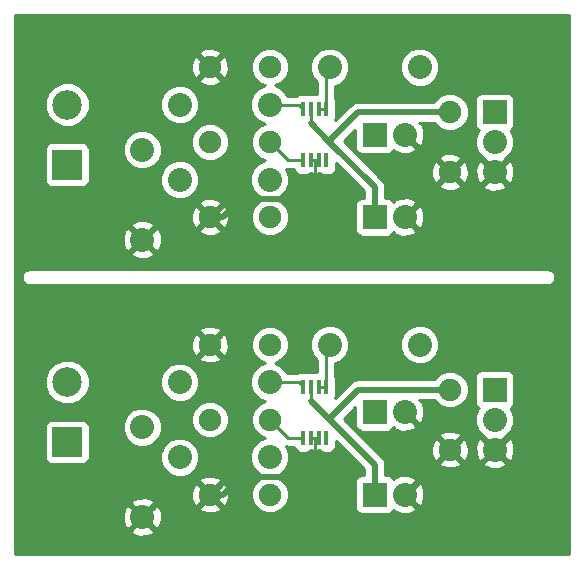
<source format=gtl>
G04 (created by PCBNEW (2013-07-07 BZR 4022)-stable) date 07/12/2013 13:23:06*
%MOIN*%
G04 Gerber Fmt 3.4, Leading zero omitted, Abs format*
%FSLAX34Y34*%
G01*
G70*
G90*
G04 APERTURE LIST*
%ADD10C,0.00590551*%
%ADD11C,0.075*%
%ADD12R,0.08X0.08*%
%ADD13C,0.08*%
%ADD14R,0.015X0.05*%
%ADD15R,0.0984X0.0984*%
%ADD16C,0.0984*%
%ADD17C,0.035*%
%ADD18C,0.01*%
%ADD19C,0.02*%
G04 APERTURE END LIST*
G54D10*
G54D11*
X23750Y-31250D03*
X23750Y-33250D03*
X15750Y-29750D03*
X17750Y-29750D03*
X17750Y-34750D03*
X15750Y-34750D03*
X15750Y-32250D03*
X17750Y-32250D03*
G54D12*
X21250Y-32000D03*
G54D13*
X22250Y-32000D03*
G54D12*
X21250Y-34750D03*
G54D13*
X22250Y-34750D03*
G54D14*
X18866Y-32850D03*
X19122Y-32850D03*
X19378Y-32850D03*
X19634Y-32850D03*
X19634Y-31150D03*
X19378Y-31150D03*
X19122Y-31150D03*
X18866Y-31150D03*
G54D13*
X19750Y-29750D03*
X22750Y-29750D03*
X13500Y-32500D03*
X13500Y-35500D03*
X14750Y-33500D03*
X17750Y-33500D03*
X14750Y-31000D03*
X17750Y-31000D03*
G54D15*
X11000Y-33000D03*
G54D16*
X11000Y-31000D03*
G54D12*
X25250Y-31250D03*
G54D13*
X25250Y-32250D03*
X25250Y-33250D03*
G54D12*
X25250Y-22000D03*
G54D13*
X25250Y-23000D03*
X25250Y-24000D03*
G54D15*
X11000Y-23750D03*
G54D16*
X11000Y-21750D03*
G54D13*
X14750Y-21750D03*
X17750Y-21750D03*
X14750Y-24250D03*
X17750Y-24250D03*
X13500Y-23250D03*
X13500Y-26250D03*
X19750Y-20500D03*
X22750Y-20500D03*
G54D14*
X18866Y-23600D03*
X19122Y-23600D03*
X19378Y-23600D03*
X19634Y-23600D03*
X19634Y-21900D03*
X19378Y-21900D03*
X19122Y-21900D03*
X18866Y-21900D03*
G54D12*
X21250Y-25500D03*
G54D13*
X22250Y-25500D03*
G54D12*
X21250Y-22750D03*
G54D13*
X22250Y-22750D03*
G54D11*
X15750Y-23000D03*
X17750Y-23000D03*
X17750Y-25500D03*
X15750Y-25500D03*
X15750Y-20500D03*
X17750Y-20500D03*
X23750Y-22000D03*
X23750Y-24000D03*
G54D17*
X19250Y-33750D03*
X19250Y-24500D03*
G54D18*
X19250Y-32850D02*
X19378Y-32850D01*
X19122Y-32850D02*
X19250Y-32850D01*
X19250Y-32850D02*
X19250Y-33500D01*
G54D19*
X19250Y-33500D02*
X19250Y-33750D01*
X16200Y-34750D02*
X16800Y-34150D01*
X16800Y-34150D02*
X18850Y-34150D01*
X18850Y-34150D02*
X19250Y-33750D01*
X15750Y-34750D02*
X16200Y-34750D01*
X15750Y-25500D02*
X16200Y-25500D01*
X18850Y-24900D02*
X19250Y-24500D01*
X16800Y-24900D02*
X18850Y-24900D01*
X16200Y-25500D02*
X16800Y-24900D01*
X19250Y-24250D02*
X19250Y-24500D01*
G54D18*
X19250Y-23600D02*
X19250Y-24250D01*
X19122Y-23600D02*
X19250Y-23600D01*
X19250Y-23600D02*
X19378Y-23600D01*
X19634Y-29866D02*
X19750Y-29750D01*
X19634Y-31150D02*
X19634Y-29866D01*
X19378Y-31150D02*
X19634Y-31150D01*
X19378Y-21900D02*
X19634Y-21900D01*
X19634Y-21900D02*
X19634Y-20616D01*
X19634Y-20616D02*
X19750Y-20500D01*
X18350Y-32850D02*
X17750Y-32250D01*
X18866Y-32850D02*
X18350Y-32850D01*
X18866Y-23600D02*
X18350Y-23600D01*
X18350Y-23600D02*
X17750Y-23000D01*
X18716Y-31000D02*
X18866Y-31150D01*
X17750Y-31000D02*
X18716Y-31000D01*
X17750Y-21750D02*
X18716Y-21750D01*
X18716Y-21750D02*
X18866Y-21900D01*
X19800Y-32300D02*
X21250Y-33750D01*
X21250Y-33750D02*
X21250Y-34750D01*
X19122Y-31150D02*
X19122Y-31622D01*
G54D19*
X20700Y-31250D02*
X19800Y-32150D01*
X19800Y-32150D02*
X19800Y-32300D01*
X23750Y-31250D02*
X20700Y-31250D01*
X21250Y-33750D02*
X21250Y-34750D01*
X19700Y-32200D02*
X19122Y-31622D01*
X19800Y-32300D02*
X19700Y-32200D01*
X19700Y-32200D02*
X21250Y-33750D01*
X19700Y-22950D02*
X21250Y-24500D01*
X19800Y-23050D02*
X19700Y-22950D01*
X19700Y-22950D02*
X19122Y-22372D01*
X21250Y-24500D02*
X21250Y-25500D01*
X23750Y-22000D02*
X20700Y-22000D01*
X19800Y-22900D02*
X19800Y-23050D01*
X20700Y-22000D02*
X19800Y-22900D01*
G54D18*
X19122Y-21900D02*
X19122Y-22372D01*
X21250Y-24500D02*
X21250Y-25500D01*
X19800Y-23050D02*
X21250Y-24500D01*
G54D10*
G36*
X27730Y-36730D02*
X27269Y-36730D01*
X27269Y-27500D01*
X27249Y-27396D01*
X27190Y-27309D01*
X27103Y-27250D01*
X27000Y-27230D01*
X25904Y-27230D01*
X25904Y-24105D01*
X25900Y-23991D01*
X25900Y-22871D01*
X25801Y-22632D01*
X25784Y-22615D01*
X25791Y-22612D01*
X25861Y-22541D01*
X25899Y-22449D01*
X25900Y-22350D01*
X25900Y-21550D01*
X25862Y-21458D01*
X25791Y-21388D01*
X25699Y-21350D01*
X25600Y-21349D01*
X24800Y-21349D01*
X24708Y-21387D01*
X24638Y-21458D01*
X24600Y-21550D01*
X24599Y-21649D01*
X24599Y-22449D01*
X24637Y-22541D01*
X24708Y-22611D01*
X24715Y-22614D01*
X24699Y-22631D01*
X24600Y-22870D01*
X24599Y-23128D01*
X24698Y-23367D01*
X24865Y-23534D01*
X24862Y-23541D01*
X25250Y-23929D01*
X25637Y-23541D01*
X25634Y-23534D01*
X25800Y-23368D01*
X25899Y-23129D01*
X25900Y-22871D01*
X25900Y-23991D01*
X25894Y-23847D01*
X25814Y-23652D01*
X25708Y-23612D01*
X25320Y-24000D01*
X25708Y-24387D01*
X25814Y-24347D01*
X25904Y-24105D01*
X25904Y-27230D01*
X25637Y-27230D01*
X25637Y-24458D01*
X25250Y-24070D01*
X25179Y-24141D01*
X25179Y-24000D01*
X24791Y-23612D01*
X24685Y-23652D01*
X24595Y-23894D01*
X24605Y-24152D01*
X24685Y-24347D01*
X24791Y-24387D01*
X25179Y-24000D01*
X25179Y-24141D01*
X24862Y-24458D01*
X24902Y-24564D01*
X25144Y-24654D01*
X25402Y-24644D01*
X25597Y-24564D01*
X25637Y-24458D01*
X25637Y-27230D01*
X24379Y-27230D01*
X24379Y-24099D01*
X24375Y-23990D01*
X24375Y-21876D01*
X24280Y-21646D01*
X24104Y-21470D01*
X23874Y-21375D01*
X23626Y-21374D01*
X23400Y-21468D01*
X23400Y-20371D01*
X23301Y-20132D01*
X23118Y-19949D01*
X22879Y-19850D01*
X22621Y-19849D01*
X22382Y-19948D01*
X22199Y-20131D01*
X22100Y-20370D01*
X22099Y-20628D01*
X22198Y-20867D01*
X22381Y-21050D01*
X22620Y-21149D01*
X22878Y-21150D01*
X23117Y-21051D01*
X23300Y-20868D01*
X23399Y-20629D01*
X23400Y-20371D01*
X23400Y-21468D01*
X23396Y-21469D01*
X23220Y-21645D01*
X23218Y-21650D01*
X20700Y-21650D01*
X20566Y-21676D01*
X20452Y-21752D01*
X19926Y-22278D01*
X19958Y-22199D01*
X19959Y-22100D01*
X19959Y-21600D01*
X19934Y-21539D01*
X19934Y-21127D01*
X20117Y-21051D01*
X20300Y-20868D01*
X20399Y-20629D01*
X20400Y-20371D01*
X20301Y-20132D01*
X20118Y-19949D01*
X19879Y-19850D01*
X19621Y-19849D01*
X19382Y-19948D01*
X19199Y-20131D01*
X19100Y-20370D01*
X19099Y-20628D01*
X19198Y-20867D01*
X19334Y-21003D01*
X19334Y-21399D01*
X19253Y-21399D01*
X19250Y-21401D01*
X19246Y-21400D01*
X19147Y-21399D01*
X18997Y-21399D01*
X18994Y-21401D01*
X18990Y-21400D01*
X18891Y-21399D01*
X18741Y-21399D01*
X18649Y-21437D01*
X18637Y-21450D01*
X18329Y-21450D01*
X18301Y-21382D01*
X18118Y-21199D01*
X17906Y-21111D01*
X18103Y-21030D01*
X18279Y-20854D01*
X18374Y-20624D01*
X18375Y-20376D01*
X18280Y-20146D01*
X18104Y-19970D01*
X17874Y-19875D01*
X17626Y-19874D01*
X17396Y-19969D01*
X17220Y-20145D01*
X17125Y-20375D01*
X17124Y-20623D01*
X17219Y-20853D01*
X17395Y-21029D01*
X17593Y-21111D01*
X17382Y-21198D01*
X17199Y-21381D01*
X17100Y-21620D01*
X17099Y-21878D01*
X17198Y-22117D01*
X17381Y-22300D01*
X17593Y-22388D01*
X17396Y-22469D01*
X17220Y-22645D01*
X17125Y-22875D01*
X17124Y-23123D01*
X17219Y-23353D01*
X17395Y-23529D01*
X17593Y-23611D01*
X17382Y-23698D01*
X17199Y-23881D01*
X17100Y-24120D01*
X17099Y-24378D01*
X17198Y-24617D01*
X17381Y-24800D01*
X17593Y-24888D01*
X17396Y-24969D01*
X17220Y-25145D01*
X17125Y-25375D01*
X17124Y-25623D01*
X17219Y-25853D01*
X17395Y-26029D01*
X17625Y-26124D01*
X17873Y-26125D01*
X18103Y-26030D01*
X18279Y-25854D01*
X18374Y-25624D01*
X18375Y-25376D01*
X18280Y-25146D01*
X18104Y-24970D01*
X17906Y-24888D01*
X18117Y-24801D01*
X18300Y-24618D01*
X18399Y-24379D01*
X18400Y-24121D01*
X18304Y-23891D01*
X18350Y-23900D01*
X18541Y-23900D01*
X18578Y-23991D01*
X18649Y-24061D01*
X18741Y-24099D01*
X18840Y-24100D01*
X18990Y-24100D01*
X18994Y-24098D01*
X18997Y-24100D01*
X19022Y-24100D01*
X19044Y-24077D01*
X19082Y-24062D01*
X19122Y-24022D01*
X19161Y-24062D01*
X19199Y-24077D01*
X19222Y-24100D01*
X19246Y-24100D01*
X19250Y-24098D01*
X19253Y-24100D01*
X19278Y-24100D01*
X19300Y-24077D01*
X19338Y-24062D01*
X19378Y-24022D01*
X19417Y-24061D01*
X19455Y-24077D01*
X19478Y-24100D01*
X19502Y-24100D01*
X19505Y-24098D01*
X19509Y-24099D01*
X19608Y-24100D01*
X19758Y-24100D01*
X19850Y-24062D01*
X19920Y-23991D01*
X19958Y-23899D01*
X19959Y-23800D01*
X19959Y-23704D01*
X20900Y-24644D01*
X20900Y-24849D01*
X20800Y-24849D01*
X20708Y-24887D01*
X20638Y-24958D01*
X20600Y-25050D01*
X20599Y-25149D01*
X20599Y-25949D01*
X20637Y-26041D01*
X20708Y-26111D01*
X20800Y-26149D01*
X20899Y-26150D01*
X21699Y-26150D01*
X21791Y-26112D01*
X21861Y-26041D01*
X21878Y-26001D01*
X21902Y-26064D01*
X22144Y-26154D01*
X22402Y-26144D01*
X22597Y-26064D01*
X22637Y-25958D01*
X22250Y-25570D01*
X22244Y-25576D01*
X22173Y-25505D01*
X22179Y-25500D01*
X22173Y-25494D01*
X22244Y-25423D01*
X22250Y-25429D01*
X22637Y-25041D01*
X22597Y-24935D01*
X22355Y-24845D01*
X22097Y-24855D01*
X21902Y-24935D01*
X21878Y-24998D01*
X21862Y-24958D01*
X21791Y-24888D01*
X21699Y-24850D01*
X21600Y-24849D01*
X21600Y-24849D01*
X21600Y-24500D01*
X21599Y-24499D01*
X21600Y-24499D01*
X21573Y-24366D01*
X21497Y-24252D01*
X21497Y-24252D01*
X20219Y-22975D01*
X20599Y-22595D01*
X20599Y-23199D01*
X20637Y-23291D01*
X20708Y-23361D01*
X20800Y-23399D01*
X20899Y-23400D01*
X21699Y-23400D01*
X21791Y-23362D01*
X21861Y-23291D01*
X21878Y-23251D01*
X21902Y-23314D01*
X22144Y-23404D01*
X22402Y-23394D01*
X22597Y-23314D01*
X22637Y-23208D01*
X22250Y-22820D01*
X22244Y-22826D01*
X22173Y-22755D01*
X22179Y-22750D01*
X22173Y-22744D01*
X22244Y-22673D01*
X22250Y-22679D01*
X22255Y-22673D01*
X22326Y-22744D01*
X22320Y-22750D01*
X22708Y-23137D01*
X22814Y-23097D01*
X22904Y-22855D01*
X22894Y-22597D01*
X22814Y-22402D01*
X22708Y-22362D01*
X22720Y-22350D01*
X23218Y-22350D01*
X23219Y-22353D01*
X23395Y-22529D01*
X23625Y-22624D01*
X23873Y-22625D01*
X24103Y-22530D01*
X24279Y-22354D01*
X24374Y-22124D01*
X24375Y-21876D01*
X24375Y-23990D01*
X24369Y-23851D01*
X24293Y-23667D01*
X24190Y-23630D01*
X24119Y-23701D01*
X24119Y-23559D01*
X24082Y-23456D01*
X23849Y-23370D01*
X23601Y-23380D01*
X23417Y-23456D01*
X23380Y-23559D01*
X23750Y-23929D01*
X24119Y-23559D01*
X24119Y-23701D01*
X23820Y-24000D01*
X24190Y-24369D01*
X24293Y-24332D01*
X24379Y-24099D01*
X24379Y-27230D01*
X24119Y-27230D01*
X24119Y-24440D01*
X23750Y-24070D01*
X23679Y-24141D01*
X23679Y-24000D01*
X23309Y-23630D01*
X23206Y-23667D01*
X23120Y-23900D01*
X23130Y-24148D01*
X23206Y-24332D01*
X23309Y-24369D01*
X23679Y-24000D01*
X23679Y-24141D01*
X23380Y-24440D01*
X23417Y-24543D01*
X23650Y-24629D01*
X23898Y-24619D01*
X24082Y-24543D01*
X24119Y-24440D01*
X24119Y-27230D01*
X22904Y-27230D01*
X22904Y-25605D01*
X22894Y-25347D01*
X22814Y-25152D01*
X22708Y-25112D01*
X22320Y-25500D01*
X22708Y-25887D01*
X22814Y-25847D01*
X22904Y-25605D01*
X22904Y-27230D01*
X16379Y-27230D01*
X16379Y-25599D01*
X16379Y-20599D01*
X16369Y-20351D01*
X16293Y-20167D01*
X16190Y-20130D01*
X16119Y-20201D01*
X16119Y-20059D01*
X16082Y-19956D01*
X15849Y-19870D01*
X15601Y-19880D01*
X15417Y-19956D01*
X15380Y-20059D01*
X15750Y-20429D01*
X16119Y-20059D01*
X16119Y-20201D01*
X15820Y-20500D01*
X16190Y-20869D01*
X16293Y-20832D01*
X16379Y-20599D01*
X16379Y-25599D01*
X16375Y-25490D01*
X16375Y-22876D01*
X16280Y-22646D01*
X16119Y-22485D01*
X16119Y-20940D01*
X15750Y-20570D01*
X15679Y-20641D01*
X15679Y-20500D01*
X15309Y-20130D01*
X15206Y-20167D01*
X15120Y-20400D01*
X15130Y-20648D01*
X15206Y-20832D01*
X15309Y-20869D01*
X15679Y-20500D01*
X15679Y-20641D01*
X15380Y-20940D01*
X15417Y-21043D01*
X15650Y-21129D01*
X15898Y-21119D01*
X16082Y-21043D01*
X16119Y-20940D01*
X16119Y-22485D01*
X16104Y-22470D01*
X15874Y-22375D01*
X15626Y-22374D01*
X15400Y-22468D01*
X15400Y-21621D01*
X15301Y-21382D01*
X15118Y-21199D01*
X14879Y-21100D01*
X14621Y-21099D01*
X14382Y-21198D01*
X14199Y-21381D01*
X14100Y-21620D01*
X14099Y-21878D01*
X14198Y-22117D01*
X14381Y-22300D01*
X14620Y-22399D01*
X14878Y-22400D01*
X15117Y-22301D01*
X15300Y-22118D01*
X15399Y-21879D01*
X15400Y-21621D01*
X15400Y-22468D01*
X15396Y-22469D01*
X15220Y-22645D01*
X15125Y-22875D01*
X15124Y-23123D01*
X15219Y-23353D01*
X15395Y-23529D01*
X15625Y-23624D01*
X15873Y-23625D01*
X16103Y-23530D01*
X16279Y-23354D01*
X16374Y-23124D01*
X16375Y-22876D01*
X16375Y-25490D01*
X16369Y-25351D01*
X16293Y-25167D01*
X16190Y-25130D01*
X16119Y-25201D01*
X16119Y-25059D01*
X16082Y-24956D01*
X15849Y-24870D01*
X15601Y-24880D01*
X15417Y-24956D01*
X15400Y-25004D01*
X15400Y-24121D01*
X15301Y-23882D01*
X15118Y-23699D01*
X14879Y-23600D01*
X14621Y-23599D01*
X14382Y-23698D01*
X14199Y-23881D01*
X14150Y-23999D01*
X14150Y-23121D01*
X14051Y-22882D01*
X13868Y-22699D01*
X13629Y-22600D01*
X13371Y-22599D01*
X13132Y-22698D01*
X12949Y-22881D01*
X12850Y-23120D01*
X12849Y-23378D01*
X12948Y-23617D01*
X13131Y-23800D01*
X13370Y-23899D01*
X13628Y-23900D01*
X13867Y-23801D01*
X14050Y-23618D01*
X14149Y-23379D01*
X14150Y-23121D01*
X14150Y-23999D01*
X14100Y-24120D01*
X14099Y-24378D01*
X14198Y-24617D01*
X14381Y-24800D01*
X14620Y-24899D01*
X14878Y-24900D01*
X15117Y-24801D01*
X15300Y-24618D01*
X15399Y-24379D01*
X15400Y-24121D01*
X15400Y-25004D01*
X15380Y-25059D01*
X15750Y-25429D01*
X16119Y-25059D01*
X16119Y-25201D01*
X15820Y-25500D01*
X16190Y-25869D01*
X16293Y-25832D01*
X16379Y-25599D01*
X16379Y-27230D01*
X16119Y-27230D01*
X16119Y-25940D01*
X15750Y-25570D01*
X15679Y-25641D01*
X15679Y-25500D01*
X15309Y-25130D01*
X15206Y-25167D01*
X15120Y-25400D01*
X15130Y-25648D01*
X15206Y-25832D01*
X15309Y-25869D01*
X15679Y-25500D01*
X15679Y-25641D01*
X15380Y-25940D01*
X15417Y-26043D01*
X15650Y-26129D01*
X15898Y-26119D01*
X16082Y-26043D01*
X16119Y-25940D01*
X16119Y-27230D01*
X14154Y-27230D01*
X14154Y-26355D01*
X14144Y-26097D01*
X14064Y-25902D01*
X13958Y-25862D01*
X13887Y-25933D01*
X13887Y-25791D01*
X13847Y-25685D01*
X13605Y-25595D01*
X13347Y-25605D01*
X13152Y-25685D01*
X13112Y-25791D01*
X13500Y-26179D01*
X13887Y-25791D01*
X13887Y-25933D01*
X13570Y-26250D01*
X13958Y-26637D01*
X14064Y-26597D01*
X14154Y-26355D01*
X14154Y-27230D01*
X13887Y-27230D01*
X13887Y-26708D01*
X13500Y-26320D01*
X13429Y-26391D01*
X13429Y-26250D01*
X13041Y-25862D01*
X12935Y-25902D01*
X12845Y-26144D01*
X12855Y-26402D01*
X12935Y-26597D01*
X13041Y-26637D01*
X13429Y-26250D01*
X13429Y-26391D01*
X13112Y-26708D01*
X13152Y-26814D01*
X13394Y-26904D01*
X13652Y-26894D01*
X13847Y-26814D01*
X13887Y-26708D01*
X13887Y-27230D01*
X11742Y-27230D01*
X11742Y-21603D01*
X11629Y-21330D01*
X11420Y-21121D01*
X11148Y-21008D01*
X10853Y-21007D01*
X10580Y-21120D01*
X10371Y-21329D01*
X10258Y-21601D01*
X10257Y-21896D01*
X10370Y-22169D01*
X10579Y-22378D01*
X10851Y-22491D01*
X11146Y-22492D01*
X11419Y-22379D01*
X11628Y-22170D01*
X11741Y-21898D01*
X11742Y-21603D01*
X11742Y-27230D01*
X11742Y-27230D01*
X11742Y-24192D01*
X11742Y-23208D01*
X11704Y-23116D01*
X11633Y-23046D01*
X11541Y-23008D01*
X11442Y-23007D01*
X10458Y-23007D01*
X10366Y-23045D01*
X10296Y-23116D01*
X10258Y-23208D01*
X10257Y-23307D01*
X10257Y-24291D01*
X10295Y-24383D01*
X10366Y-24453D01*
X10458Y-24491D01*
X10557Y-24492D01*
X11541Y-24492D01*
X11633Y-24454D01*
X11703Y-24383D01*
X11741Y-24291D01*
X11742Y-24192D01*
X11742Y-27230D01*
X9750Y-27230D01*
X9646Y-27250D01*
X9559Y-27309D01*
X9500Y-27396D01*
X9480Y-27500D01*
X9500Y-27603D01*
X9559Y-27690D01*
X9646Y-27749D01*
X9750Y-27769D01*
X27000Y-27769D01*
X27103Y-27749D01*
X27190Y-27690D01*
X27249Y-27603D01*
X27269Y-27500D01*
X27269Y-36730D01*
X25904Y-36730D01*
X25904Y-33355D01*
X25900Y-33241D01*
X25900Y-32121D01*
X25801Y-31882D01*
X25784Y-31865D01*
X25791Y-31862D01*
X25861Y-31791D01*
X25899Y-31699D01*
X25900Y-31600D01*
X25900Y-30800D01*
X25862Y-30708D01*
X25791Y-30638D01*
X25699Y-30600D01*
X25600Y-30599D01*
X24800Y-30599D01*
X24708Y-30637D01*
X24638Y-30708D01*
X24600Y-30800D01*
X24599Y-30899D01*
X24599Y-31699D01*
X24637Y-31791D01*
X24708Y-31861D01*
X24715Y-31864D01*
X24699Y-31881D01*
X24600Y-32120D01*
X24599Y-32378D01*
X24698Y-32617D01*
X24865Y-32784D01*
X24862Y-32791D01*
X25250Y-33179D01*
X25637Y-32791D01*
X25634Y-32784D01*
X25800Y-32618D01*
X25899Y-32379D01*
X25900Y-32121D01*
X25900Y-33241D01*
X25894Y-33097D01*
X25814Y-32902D01*
X25708Y-32862D01*
X25320Y-33250D01*
X25708Y-33637D01*
X25814Y-33597D01*
X25904Y-33355D01*
X25904Y-36730D01*
X25637Y-36730D01*
X25637Y-33708D01*
X25250Y-33320D01*
X25179Y-33391D01*
X25179Y-33250D01*
X24791Y-32862D01*
X24685Y-32902D01*
X24595Y-33144D01*
X24605Y-33402D01*
X24685Y-33597D01*
X24791Y-33637D01*
X25179Y-33250D01*
X25179Y-33391D01*
X24862Y-33708D01*
X24902Y-33814D01*
X25144Y-33904D01*
X25402Y-33894D01*
X25597Y-33814D01*
X25637Y-33708D01*
X25637Y-36730D01*
X24379Y-36730D01*
X24379Y-33349D01*
X24375Y-33240D01*
X24375Y-31126D01*
X24280Y-30896D01*
X24104Y-30720D01*
X23874Y-30625D01*
X23626Y-30624D01*
X23400Y-30718D01*
X23400Y-29621D01*
X23301Y-29382D01*
X23118Y-29199D01*
X22879Y-29100D01*
X22621Y-29099D01*
X22382Y-29198D01*
X22199Y-29381D01*
X22100Y-29620D01*
X22099Y-29878D01*
X22198Y-30117D01*
X22381Y-30300D01*
X22620Y-30399D01*
X22878Y-30400D01*
X23117Y-30301D01*
X23300Y-30118D01*
X23399Y-29879D01*
X23400Y-29621D01*
X23400Y-30718D01*
X23396Y-30719D01*
X23220Y-30895D01*
X23218Y-30900D01*
X20700Y-30900D01*
X20566Y-30926D01*
X20452Y-31002D01*
X19926Y-31528D01*
X19958Y-31449D01*
X19959Y-31350D01*
X19959Y-30850D01*
X19934Y-30789D01*
X19934Y-30377D01*
X20117Y-30301D01*
X20300Y-30118D01*
X20399Y-29879D01*
X20400Y-29621D01*
X20301Y-29382D01*
X20118Y-29199D01*
X19879Y-29100D01*
X19621Y-29099D01*
X19382Y-29198D01*
X19199Y-29381D01*
X19100Y-29620D01*
X19099Y-29878D01*
X19198Y-30117D01*
X19334Y-30253D01*
X19334Y-30649D01*
X19253Y-30649D01*
X19250Y-30651D01*
X19246Y-30650D01*
X19147Y-30649D01*
X18997Y-30649D01*
X18994Y-30651D01*
X18990Y-30650D01*
X18891Y-30649D01*
X18741Y-30649D01*
X18649Y-30687D01*
X18637Y-30700D01*
X18329Y-30700D01*
X18301Y-30632D01*
X18118Y-30449D01*
X17906Y-30361D01*
X18103Y-30280D01*
X18279Y-30104D01*
X18374Y-29874D01*
X18375Y-29626D01*
X18280Y-29396D01*
X18104Y-29220D01*
X17874Y-29125D01*
X17626Y-29124D01*
X17396Y-29219D01*
X17220Y-29395D01*
X17125Y-29625D01*
X17124Y-29873D01*
X17219Y-30103D01*
X17395Y-30279D01*
X17593Y-30361D01*
X17382Y-30448D01*
X17199Y-30631D01*
X17100Y-30870D01*
X17099Y-31128D01*
X17198Y-31367D01*
X17381Y-31550D01*
X17593Y-31638D01*
X17396Y-31719D01*
X17220Y-31895D01*
X17125Y-32125D01*
X17124Y-32373D01*
X17219Y-32603D01*
X17395Y-32779D01*
X17593Y-32861D01*
X17382Y-32948D01*
X17199Y-33131D01*
X17100Y-33370D01*
X17099Y-33628D01*
X17198Y-33867D01*
X17381Y-34050D01*
X17593Y-34138D01*
X17396Y-34219D01*
X17220Y-34395D01*
X17125Y-34625D01*
X17124Y-34873D01*
X17219Y-35103D01*
X17395Y-35279D01*
X17625Y-35374D01*
X17873Y-35375D01*
X18103Y-35280D01*
X18279Y-35104D01*
X18374Y-34874D01*
X18375Y-34626D01*
X18280Y-34396D01*
X18104Y-34220D01*
X17906Y-34138D01*
X18117Y-34051D01*
X18300Y-33868D01*
X18399Y-33629D01*
X18400Y-33371D01*
X18304Y-33141D01*
X18350Y-33150D01*
X18541Y-33150D01*
X18578Y-33241D01*
X18649Y-33311D01*
X18741Y-33349D01*
X18840Y-33350D01*
X18990Y-33350D01*
X18994Y-33348D01*
X18997Y-33350D01*
X19022Y-33350D01*
X19044Y-33327D01*
X19082Y-33312D01*
X19122Y-33272D01*
X19161Y-33312D01*
X19199Y-33327D01*
X19222Y-33350D01*
X19246Y-33350D01*
X19250Y-33348D01*
X19253Y-33350D01*
X19278Y-33350D01*
X19300Y-33327D01*
X19338Y-33312D01*
X19378Y-33272D01*
X19417Y-33311D01*
X19455Y-33327D01*
X19478Y-33350D01*
X19502Y-33350D01*
X19505Y-33348D01*
X19509Y-33349D01*
X19608Y-33350D01*
X19758Y-33350D01*
X19850Y-33312D01*
X19920Y-33241D01*
X19958Y-33149D01*
X19959Y-33050D01*
X19959Y-32954D01*
X20900Y-33894D01*
X20900Y-34099D01*
X20800Y-34099D01*
X20708Y-34137D01*
X20638Y-34208D01*
X20600Y-34300D01*
X20599Y-34399D01*
X20599Y-35199D01*
X20637Y-35291D01*
X20708Y-35361D01*
X20800Y-35399D01*
X20899Y-35400D01*
X21699Y-35400D01*
X21791Y-35362D01*
X21861Y-35291D01*
X21878Y-35251D01*
X21902Y-35314D01*
X22144Y-35404D01*
X22402Y-35394D01*
X22597Y-35314D01*
X22637Y-35208D01*
X22250Y-34820D01*
X22244Y-34826D01*
X22173Y-34755D01*
X22179Y-34750D01*
X22173Y-34744D01*
X22244Y-34673D01*
X22250Y-34679D01*
X22637Y-34291D01*
X22597Y-34185D01*
X22355Y-34095D01*
X22097Y-34105D01*
X21902Y-34185D01*
X21878Y-34248D01*
X21862Y-34208D01*
X21791Y-34138D01*
X21699Y-34100D01*
X21600Y-34099D01*
X21600Y-34099D01*
X21600Y-33750D01*
X21599Y-33749D01*
X21600Y-33749D01*
X21573Y-33616D01*
X21497Y-33502D01*
X21497Y-33502D01*
X20219Y-32225D01*
X20599Y-31845D01*
X20599Y-32449D01*
X20637Y-32541D01*
X20708Y-32611D01*
X20800Y-32649D01*
X20899Y-32650D01*
X21699Y-32650D01*
X21791Y-32612D01*
X21861Y-32541D01*
X21878Y-32501D01*
X21902Y-32564D01*
X22144Y-32654D01*
X22402Y-32644D01*
X22597Y-32564D01*
X22637Y-32458D01*
X22250Y-32070D01*
X22244Y-32076D01*
X22173Y-32005D01*
X22179Y-32000D01*
X22173Y-31994D01*
X22244Y-31923D01*
X22250Y-31929D01*
X22255Y-31923D01*
X22326Y-31994D01*
X22320Y-32000D01*
X22708Y-32387D01*
X22814Y-32347D01*
X22904Y-32105D01*
X22894Y-31847D01*
X22814Y-31652D01*
X22708Y-31612D01*
X22720Y-31600D01*
X23218Y-31600D01*
X23219Y-31603D01*
X23395Y-31779D01*
X23625Y-31874D01*
X23873Y-31875D01*
X24103Y-31780D01*
X24279Y-31604D01*
X24374Y-31374D01*
X24375Y-31126D01*
X24375Y-33240D01*
X24369Y-33101D01*
X24293Y-32917D01*
X24190Y-32880D01*
X24119Y-32951D01*
X24119Y-32809D01*
X24082Y-32706D01*
X23849Y-32620D01*
X23601Y-32630D01*
X23417Y-32706D01*
X23380Y-32809D01*
X23750Y-33179D01*
X24119Y-32809D01*
X24119Y-32951D01*
X23820Y-33250D01*
X24190Y-33619D01*
X24293Y-33582D01*
X24379Y-33349D01*
X24379Y-36730D01*
X24119Y-36730D01*
X24119Y-33690D01*
X23750Y-33320D01*
X23679Y-33391D01*
X23679Y-33250D01*
X23309Y-32880D01*
X23206Y-32917D01*
X23120Y-33150D01*
X23130Y-33398D01*
X23206Y-33582D01*
X23309Y-33619D01*
X23679Y-33250D01*
X23679Y-33391D01*
X23380Y-33690D01*
X23417Y-33793D01*
X23650Y-33879D01*
X23898Y-33869D01*
X24082Y-33793D01*
X24119Y-33690D01*
X24119Y-36730D01*
X22904Y-36730D01*
X22904Y-34855D01*
X22894Y-34597D01*
X22814Y-34402D01*
X22708Y-34362D01*
X22320Y-34750D01*
X22708Y-35137D01*
X22814Y-35097D01*
X22904Y-34855D01*
X22904Y-36730D01*
X16379Y-36730D01*
X16379Y-34849D01*
X16379Y-29849D01*
X16369Y-29601D01*
X16293Y-29417D01*
X16190Y-29380D01*
X16119Y-29451D01*
X16119Y-29309D01*
X16082Y-29206D01*
X15849Y-29120D01*
X15601Y-29130D01*
X15417Y-29206D01*
X15380Y-29309D01*
X15750Y-29679D01*
X16119Y-29309D01*
X16119Y-29451D01*
X15820Y-29750D01*
X16190Y-30119D01*
X16293Y-30082D01*
X16379Y-29849D01*
X16379Y-34849D01*
X16375Y-34740D01*
X16375Y-32126D01*
X16280Y-31896D01*
X16119Y-31735D01*
X16119Y-30190D01*
X15750Y-29820D01*
X15679Y-29891D01*
X15679Y-29750D01*
X15309Y-29380D01*
X15206Y-29417D01*
X15120Y-29650D01*
X15130Y-29898D01*
X15206Y-30082D01*
X15309Y-30119D01*
X15679Y-29750D01*
X15679Y-29891D01*
X15380Y-30190D01*
X15417Y-30293D01*
X15650Y-30379D01*
X15898Y-30369D01*
X16082Y-30293D01*
X16119Y-30190D01*
X16119Y-31735D01*
X16104Y-31720D01*
X15874Y-31625D01*
X15626Y-31624D01*
X15400Y-31718D01*
X15400Y-30871D01*
X15301Y-30632D01*
X15118Y-30449D01*
X14879Y-30350D01*
X14621Y-30349D01*
X14382Y-30448D01*
X14199Y-30631D01*
X14100Y-30870D01*
X14099Y-31128D01*
X14198Y-31367D01*
X14381Y-31550D01*
X14620Y-31649D01*
X14878Y-31650D01*
X15117Y-31551D01*
X15300Y-31368D01*
X15399Y-31129D01*
X15400Y-30871D01*
X15400Y-31718D01*
X15396Y-31719D01*
X15220Y-31895D01*
X15125Y-32125D01*
X15124Y-32373D01*
X15219Y-32603D01*
X15395Y-32779D01*
X15625Y-32874D01*
X15873Y-32875D01*
X16103Y-32780D01*
X16279Y-32604D01*
X16374Y-32374D01*
X16375Y-32126D01*
X16375Y-34740D01*
X16369Y-34601D01*
X16293Y-34417D01*
X16190Y-34380D01*
X16119Y-34451D01*
X16119Y-34309D01*
X16082Y-34206D01*
X15849Y-34120D01*
X15601Y-34130D01*
X15417Y-34206D01*
X15400Y-34254D01*
X15400Y-33371D01*
X15301Y-33132D01*
X15118Y-32949D01*
X14879Y-32850D01*
X14621Y-32849D01*
X14382Y-32948D01*
X14199Y-33131D01*
X14150Y-33249D01*
X14150Y-32371D01*
X14051Y-32132D01*
X13868Y-31949D01*
X13629Y-31850D01*
X13371Y-31849D01*
X13132Y-31948D01*
X12949Y-32131D01*
X12850Y-32370D01*
X12849Y-32628D01*
X12948Y-32867D01*
X13131Y-33050D01*
X13370Y-33149D01*
X13628Y-33150D01*
X13867Y-33051D01*
X14050Y-32868D01*
X14149Y-32629D01*
X14150Y-32371D01*
X14150Y-33249D01*
X14100Y-33370D01*
X14099Y-33628D01*
X14198Y-33867D01*
X14381Y-34050D01*
X14620Y-34149D01*
X14878Y-34150D01*
X15117Y-34051D01*
X15300Y-33868D01*
X15399Y-33629D01*
X15400Y-33371D01*
X15400Y-34254D01*
X15380Y-34309D01*
X15750Y-34679D01*
X16119Y-34309D01*
X16119Y-34451D01*
X15820Y-34750D01*
X16190Y-35119D01*
X16293Y-35082D01*
X16379Y-34849D01*
X16379Y-36730D01*
X16119Y-36730D01*
X16119Y-35190D01*
X15750Y-34820D01*
X15679Y-34891D01*
X15679Y-34750D01*
X15309Y-34380D01*
X15206Y-34417D01*
X15120Y-34650D01*
X15130Y-34898D01*
X15206Y-35082D01*
X15309Y-35119D01*
X15679Y-34750D01*
X15679Y-34891D01*
X15380Y-35190D01*
X15417Y-35293D01*
X15650Y-35379D01*
X15898Y-35369D01*
X16082Y-35293D01*
X16119Y-35190D01*
X16119Y-36730D01*
X14154Y-36730D01*
X14154Y-35605D01*
X14144Y-35347D01*
X14064Y-35152D01*
X13958Y-35112D01*
X13887Y-35183D01*
X13887Y-35041D01*
X13847Y-34935D01*
X13605Y-34845D01*
X13347Y-34855D01*
X13152Y-34935D01*
X13112Y-35041D01*
X13500Y-35429D01*
X13887Y-35041D01*
X13887Y-35183D01*
X13570Y-35500D01*
X13958Y-35887D01*
X14064Y-35847D01*
X14154Y-35605D01*
X14154Y-36730D01*
X13887Y-36730D01*
X13887Y-35958D01*
X13500Y-35570D01*
X13429Y-35641D01*
X13429Y-35500D01*
X13041Y-35112D01*
X12935Y-35152D01*
X12845Y-35394D01*
X12855Y-35652D01*
X12935Y-35847D01*
X13041Y-35887D01*
X13429Y-35500D01*
X13429Y-35641D01*
X13112Y-35958D01*
X13152Y-36064D01*
X13394Y-36154D01*
X13652Y-36144D01*
X13847Y-36064D01*
X13887Y-35958D01*
X13887Y-36730D01*
X11742Y-36730D01*
X11742Y-30853D01*
X11629Y-30580D01*
X11420Y-30371D01*
X11148Y-30258D01*
X10853Y-30257D01*
X10580Y-30370D01*
X10371Y-30579D01*
X10258Y-30851D01*
X10257Y-31146D01*
X10370Y-31419D01*
X10579Y-31628D01*
X10851Y-31741D01*
X11146Y-31742D01*
X11419Y-31629D01*
X11628Y-31420D01*
X11741Y-31148D01*
X11742Y-30853D01*
X11742Y-36730D01*
X11742Y-36730D01*
X11742Y-33442D01*
X11742Y-32458D01*
X11704Y-32366D01*
X11633Y-32296D01*
X11541Y-32258D01*
X11442Y-32257D01*
X10458Y-32257D01*
X10366Y-32295D01*
X10296Y-32366D01*
X10258Y-32458D01*
X10257Y-32557D01*
X10257Y-33541D01*
X10295Y-33633D01*
X10366Y-33703D01*
X10458Y-33741D01*
X10557Y-33742D01*
X11541Y-33742D01*
X11633Y-33704D01*
X11703Y-33633D01*
X11741Y-33541D01*
X11742Y-33442D01*
X11742Y-36730D01*
X9269Y-36730D01*
X9269Y-36250D01*
X9269Y-18769D01*
X27730Y-18769D01*
X27730Y-36200D01*
X27730Y-36250D01*
X27730Y-36730D01*
X27730Y-36730D01*
G37*
G54D18*
X27730Y-36730D02*
X27269Y-36730D01*
X27269Y-27500D01*
X27249Y-27396D01*
X27190Y-27309D01*
X27103Y-27250D01*
X27000Y-27230D01*
X25904Y-27230D01*
X25904Y-24105D01*
X25900Y-23991D01*
X25900Y-22871D01*
X25801Y-22632D01*
X25784Y-22615D01*
X25791Y-22612D01*
X25861Y-22541D01*
X25899Y-22449D01*
X25900Y-22350D01*
X25900Y-21550D01*
X25862Y-21458D01*
X25791Y-21388D01*
X25699Y-21350D01*
X25600Y-21349D01*
X24800Y-21349D01*
X24708Y-21387D01*
X24638Y-21458D01*
X24600Y-21550D01*
X24599Y-21649D01*
X24599Y-22449D01*
X24637Y-22541D01*
X24708Y-22611D01*
X24715Y-22614D01*
X24699Y-22631D01*
X24600Y-22870D01*
X24599Y-23128D01*
X24698Y-23367D01*
X24865Y-23534D01*
X24862Y-23541D01*
X25250Y-23929D01*
X25637Y-23541D01*
X25634Y-23534D01*
X25800Y-23368D01*
X25899Y-23129D01*
X25900Y-22871D01*
X25900Y-23991D01*
X25894Y-23847D01*
X25814Y-23652D01*
X25708Y-23612D01*
X25320Y-24000D01*
X25708Y-24387D01*
X25814Y-24347D01*
X25904Y-24105D01*
X25904Y-27230D01*
X25637Y-27230D01*
X25637Y-24458D01*
X25250Y-24070D01*
X25179Y-24141D01*
X25179Y-24000D01*
X24791Y-23612D01*
X24685Y-23652D01*
X24595Y-23894D01*
X24605Y-24152D01*
X24685Y-24347D01*
X24791Y-24387D01*
X25179Y-24000D01*
X25179Y-24141D01*
X24862Y-24458D01*
X24902Y-24564D01*
X25144Y-24654D01*
X25402Y-24644D01*
X25597Y-24564D01*
X25637Y-24458D01*
X25637Y-27230D01*
X24379Y-27230D01*
X24379Y-24099D01*
X24375Y-23990D01*
X24375Y-21876D01*
X24280Y-21646D01*
X24104Y-21470D01*
X23874Y-21375D01*
X23626Y-21374D01*
X23400Y-21468D01*
X23400Y-20371D01*
X23301Y-20132D01*
X23118Y-19949D01*
X22879Y-19850D01*
X22621Y-19849D01*
X22382Y-19948D01*
X22199Y-20131D01*
X22100Y-20370D01*
X22099Y-20628D01*
X22198Y-20867D01*
X22381Y-21050D01*
X22620Y-21149D01*
X22878Y-21150D01*
X23117Y-21051D01*
X23300Y-20868D01*
X23399Y-20629D01*
X23400Y-20371D01*
X23400Y-21468D01*
X23396Y-21469D01*
X23220Y-21645D01*
X23218Y-21650D01*
X20700Y-21650D01*
X20566Y-21676D01*
X20452Y-21752D01*
X19926Y-22278D01*
X19958Y-22199D01*
X19959Y-22100D01*
X19959Y-21600D01*
X19934Y-21539D01*
X19934Y-21127D01*
X20117Y-21051D01*
X20300Y-20868D01*
X20399Y-20629D01*
X20400Y-20371D01*
X20301Y-20132D01*
X20118Y-19949D01*
X19879Y-19850D01*
X19621Y-19849D01*
X19382Y-19948D01*
X19199Y-20131D01*
X19100Y-20370D01*
X19099Y-20628D01*
X19198Y-20867D01*
X19334Y-21003D01*
X19334Y-21399D01*
X19253Y-21399D01*
X19250Y-21401D01*
X19246Y-21400D01*
X19147Y-21399D01*
X18997Y-21399D01*
X18994Y-21401D01*
X18990Y-21400D01*
X18891Y-21399D01*
X18741Y-21399D01*
X18649Y-21437D01*
X18637Y-21450D01*
X18329Y-21450D01*
X18301Y-21382D01*
X18118Y-21199D01*
X17906Y-21111D01*
X18103Y-21030D01*
X18279Y-20854D01*
X18374Y-20624D01*
X18375Y-20376D01*
X18280Y-20146D01*
X18104Y-19970D01*
X17874Y-19875D01*
X17626Y-19874D01*
X17396Y-19969D01*
X17220Y-20145D01*
X17125Y-20375D01*
X17124Y-20623D01*
X17219Y-20853D01*
X17395Y-21029D01*
X17593Y-21111D01*
X17382Y-21198D01*
X17199Y-21381D01*
X17100Y-21620D01*
X17099Y-21878D01*
X17198Y-22117D01*
X17381Y-22300D01*
X17593Y-22388D01*
X17396Y-22469D01*
X17220Y-22645D01*
X17125Y-22875D01*
X17124Y-23123D01*
X17219Y-23353D01*
X17395Y-23529D01*
X17593Y-23611D01*
X17382Y-23698D01*
X17199Y-23881D01*
X17100Y-24120D01*
X17099Y-24378D01*
X17198Y-24617D01*
X17381Y-24800D01*
X17593Y-24888D01*
X17396Y-24969D01*
X17220Y-25145D01*
X17125Y-25375D01*
X17124Y-25623D01*
X17219Y-25853D01*
X17395Y-26029D01*
X17625Y-26124D01*
X17873Y-26125D01*
X18103Y-26030D01*
X18279Y-25854D01*
X18374Y-25624D01*
X18375Y-25376D01*
X18280Y-25146D01*
X18104Y-24970D01*
X17906Y-24888D01*
X18117Y-24801D01*
X18300Y-24618D01*
X18399Y-24379D01*
X18400Y-24121D01*
X18304Y-23891D01*
X18350Y-23900D01*
X18541Y-23900D01*
X18578Y-23991D01*
X18649Y-24061D01*
X18741Y-24099D01*
X18840Y-24100D01*
X18990Y-24100D01*
X18994Y-24098D01*
X18997Y-24100D01*
X19022Y-24100D01*
X19044Y-24077D01*
X19082Y-24062D01*
X19122Y-24022D01*
X19161Y-24062D01*
X19199Y-24077D01*
X19222Y-24100D01*
X19246Y-24100D01*
X19250Y-24098D01*
X19253Y-24100D01*
X19278Y-24100D01*
X19300Y-24077D01*
X19338Y-24062D01*
X19378Y-24022D01*
X19417Y-24061D01*
X19455Y-24077D01*
X19478Y-24100D01*
X19502Y-24100D01*
X19505Y-24098D01*
X19509Y-24099D01*
X19608Y-24100D01*
X19758Y-24100D01*
X19850Y-24062D01*
X19920Y-23991D01*
X19958Y-23899D01*
X19959Y-23800D01*
X19959Y-23704D01*
X20900Y-24644D01*
X20900Y-24849D01*
X20800Y-24849D01*
X20708Y-24887D01*
X20638Y-24958D01*
X20600Y-25050D01*
X20599Y-25149D01*
X20599Y-25949D01*
X20637Y-26041D01*
X20708Y-26111D01*
X20800Y-26149D01*
X20899Y-26150D01*
X21699Y-26150D01*
X21791Y-26112D01*
X21861Y-26041D01*
X21878Y-26001D01*
X21902Y-26064D01*
X22144Y-26154D01*
X22402Y-26144D01*
X22597Y-26064D01*
X22637Y-25958D01*
X22250Y-25570D01*
X22244Y-25576D01*
X22173Y-25505D01*
X22179Y-25500D01*
X22173Y-25494D01*
X22244Y-25423D01*
X22250Y-25429D01*
X22637Y-25041D01*
X22597Y-24935D01*
X22355Y-24845D01*
X22097Y-24855D01*
X21902Y-24935D01*
X21878Y-24998D01*
X21862Y-24958D01*
X21791Y-24888D01*
X21699Y-24850D01*
X21600Y-24849D01*
X21600Y-24849D01*
X21600Y-24500D01*
X21599Y-24499D01*
X21600Y-24499D01*
X21573Y-24366D01*
X21497Y-24252D01*
X21497Y-24252D01*
X20219Y-22975D01*
X20599Y-22595D01*
X20599Y-23199D01*
X20637Y-23291D01*
X20708Y-23361D01*
X20800Y-23399D01*
X20899Y-23400D01*
X21699Y-23400D01*
X21791Y-23362D01*
X21861Y-23291D01*
X21878Y-23251D01*
X21902Y-23314D01*
X22144Y-23404D01*
X22402Y-23394D01*
X22597Y-23314D01*
X22637Y-23208D01*
X22250Y-22820D01*
X22244Y-22826D01*
X22173Y-22755D01*
X22179Y-22750D01*
X22173Y-22744D01*
X22244Y-22673D01*
X22250Y-22679D01*
X22255Y-22673D01*
X22326Y-22744D01*
X22320Y-22750D01*
X22708Y-23137D01*
X22814Y-23097D01*
X22904Y-22855D01*
X22894Y-22597D01*
X22814Y-22402D01*
X22708Y-22362D01*
X22720Y-22350D01*
X23218Y-22350D01*
X23219Y-22353D01*
X23395Y-22529D01*
X23625Y-22624D01*
X23873Y-22625D01*
X24103Y-22530D01*
X24279Y-22354D01*
X24374Y-22124D01*
X24375Y-21876D01*
X24375Y-23990D01*
X24369Y-23851D01*
X24293Y-23667D01*
X24190Y-23630D01*
X24119Y-23701D01*
X24119Y-23559D01*
X24082Y-23456D01*
X23849Y-23370D01*
X23601Y-23380D01*
X23417Y-23456D01*
X23380Y-23559D01*
X23750Y-23929D01*
X24119Y-23559D01*
X24119Y-23701D01*
X23820Y-24000D01*
X24190Y-24369D01*
X24293Y-24332D01*
X24379Y-24099D01*
X24379Y-27230D01*
X24119Y-27230D01*
X24119Y-24440D01*
X23750Y-24070D01*
X23679Y-24141D01*
X23679Y-24000D01*
X23309Y-23630D01*
X23206Y-23667D01*
X23120Y-23900D01*
X23130Y-24148D01*
X23206Y-24332D01*
X23309Y-24369D01*
X23679Y-24000D01*
X23679Y-24141D01*
X23380Y-24440D01*
X23417Y-24543D01*
X23650Y-24629D01*
X23898Y-24619D01*
X24082Y-24543D01*
X24119Y-24440D01*
X24119Y-27230D01*
X22904Y-27230D01*
X22904Y-25605D01*
X22894Y-25347D01*
X22814Y-25152D01*
X22708Y-25112D01*
X22320Y-25500D01*
X22708Y-25887D01*
X22814Y-25847D01*
X22904Y-25605D01*
X22904Y-27230D01*
X16379Y-27230D01*
X16379Y-25599D01*
X16379Y-20599D01*
X16369Y-20351D01*
X16293Y-20167D01*
X16190Y-20130D01*
X16119Y-20201D01*
X16119Y-20059D01*
X16082Y-19956D01*
X15849Y-19870D01*
X15601Y-19880D01*
X15417Y-19956D01*
X15380Y-20059D01*
X15750Y-20429D01*
X16119Y-20059D01*
X16119Y-20201D01*
X15820Y-20500D01*
X16190Y-20869D01*
X16293Y-20832D01*
X16379Y-20599D01*
X16379Y-25599D01*
X16375Y-25490D01*
X16375Y-22876D01*
X16280Y-22646D01*
X16119Y-22485D01*
X16119Y-20940D01*
X15750Y-20570D01*
X15679Y-20641D01*
X15679Y-20500D01*
X15309Y-20130D01*
X15206Y-20167D01*
X15120Y-20400D01*
X15130Y-20648D01*
X15206Y-20832D01*
X15309Y-20869D01*
X15679Y-20500D01*
X15679Y-20641D01*
X15380Y-20940D01*
X15417Y-21043D01*
X15650Y-21129D01*
X15898Y-21119D01*
X16082Y-21043D01*
X16119Y-20940D01*
X16119Y-22485D01*
X16104Y-22470D01*
X15874Y-22375D01*
X15626Y-22374D01*
X15400Y-22468D01*
X15400Y-21621D01*
X15301Y-21382D01*
X15118Y-21199D01*
X14879Y-21100D01*
X14621Y-21099D01*
X14382Y-21198D01*
X14199Y-21381D01*
X14100Y-21620D01*
X14099Y-21878D01*
X14198Y-22117D01*
X14381Y-22300D01*
X14620Y-22399D01*
X14878Y-22400D01*
X15117Y-22301D01*
X15300Y-22118D01*
X15399Y-21879D01*
X15400Y-21621D01*
X15400Y-22468D01*
X15396Y-22469D01*
X15220Y-22645D01*
X15125Y-22875D01*
X15124Y-23123D01*
X15219Y-23353D01*
X15395Y-23529D01*
X15625Y-23624D01*
X15873Y-23625D01*
X16103Y-23530D01*
X16279Y-23354D01*
X16374Y-23124D01*
X16375Y-22876D01*
X16375Y-25490D01*
X16369Y-25351D01*
X16293Y-25167D01*
X16190Y-25130D01*
X16119Y-25201D01*
X16119Y-25059D01*
X16082Y-24956D01*
X15849Y-24870D01*
X15601Y-24880D01*
X15417Y-24956D01*
X15400Y-25004D01*
X15400Y-24121D01*
X15301Y-23882D01*
X15118Y-23699D01*
X14879Y-23600D01*
X14621Y-23599D01*
X14382Y-23698D01*
X14199Y-23881D01*
X14150Y-23999D01*
X14150Y-23121D01*
X14051Y-22882D01*
X13868Y-22699D01*
X13629Y-22600D01*
X13371Y-22599D01*
X13132Y-22698D01*
X12949Y-22881D01*
X12850Y-23120D01*
X12849Y-23378D01*
X12948Y-23617D01*
X13131Y-23800D01*
X13370Y-23899D01*
X13628Y-23900D01*
X13867Y-23801D01*
X14050Y-23618D01*
X14149Y-23379D01*
X14150Y-23121D01*
X14150Y-23999D01*
X14100Y-24120D01*
X14099Y-24378D01*
X14198Y-24617D01*
X14381Y-24800D01*
X14620Y-24899D01*
X14878Y-24900D01*
X15117Y-24801D01*
X15300Y-24618D01*
X15399Y-24379D01*
X15400Y-24121D01*
X15400Y-25004D01*
X15380Y-25059D01*
X15750Y-25429D01*
X16119Y-25059D01*
X16119Y-25201D01*
X15820Y-25500D01*
X16190Y-25869D01*
X16293Y-25832D01*
X16379Y-25599D01*
X16379Y-27230D01*
X16119Y-27230D01*
X16119Y-25940D01*
X15750Y-25570D01*
X15679Y-25641D01*
X15679Y-25500D01*
X15309Y-25130D01*
X15206Y-25167D01*
X15120Y-25400D01*
X15130Y-25648D01*
X15206Y-25832D01*
X15309Y-25869D01*
X15679Y-25500D01*
X15679Y-25641D01*
X15380Y-25940D01*
X15417Y-26043D01*
X15650Y-26129D01*
X15898Y-26119D01*
X16082Y-26043D01*
X16119Y-25940D01*
X16119Y-27230D01*
X14154Y-27230D01*
X14154Y-26355D01*
X14144Y-26097D01*
X14064Y-25902D01*
X13958Y-25862D01*
X13887Y-25933D01*
X13887Y-25791D01*
X13847Y-25685D01*
X13605Y-25595D01*
X13347Y-25605D01*
X13152Y-25685D01*
X13112Y-25791D01*
X13500Y-26179D01*
X13887Y-25791D01*
X13887Y-25933D01*
X13570Y-26250D01*
X13958Y-26637D01*
X14064Y-26597D01*
X14154Y-26355D01*
X14154Y-27230D01*
X13887Y-27230D01*
X13887Y-26708D01*
X13500Y-26320D01*
X13429Y-26391D01*
X13429Y-26250D01*
X13041Y-25862D01*
X12935Y-25902D01*
X12845Y-26144D01*
X12855Y-26402D01*
X12935Y-26597D01*
X13041Y-26637D01*
X13429Y-26250D01*
X13429Y-26391D01*
X13112Y-26708D01*
X13152Y-26814D01*
X13394Y-26904D01*
X13652Y-26894D01*
X13847Y-26814D01*
X13887Y-26708D01*
X13887Y-27230D01*
X11742Y-27230D01*
X11742Y-21603D01*
X11629Y-21330D01*
X11420Y-21121D01*
X11148Y-21008D01*
X10853Y-21007D01*
X10580Y-21120D01*
X10371Y-21329D01*
X10258Y-21601D01*
X10257Y-21896D01*
X10370Y-22169D01*
X10579Y-22378D01*
X10851Y-22491D01*
X11146Y-22492D01*
X11419Y-22379D01*
X11628Y-22170D01*
X11741Y-21898D01*
X11742Y-21603D01*
X11742Y-27230D01*
X11742Y-27230D01*
X11742Y-24192D01*
X11742Y-23208D01*
X11704Y-23116D01*
X11633Y-23046D01*
X11541Y-23008D01*
X11442Y-23007D01*
X10458Y-23007D01*
X10366Y-23045D01*
X10296Y-23116D01*
X10258Y-23208D01*
X10257Y-23307D01*
X10257Y-24291D01*
X10295Y-24383D01*
X10366Y-24453D01*
X10458Y-24491D01*
X10557Y-24492D01*
X11541Y-24492D01*
X11633Y-24454D01*
X11703Y-24383D01*
X11741Y-24291D01*
X11742Y-24192D01*
X11742Y-27230D01*
X9750Y-27230D01*
X9646Y-27250D01*
X9559Y-27309D01*
X9500Y-27396D01*
X9480Y-27500D01*
X9500Y-27603D01*
X9559Y-27690D01*
X9646Y-27749D01*
X9750Y-27769D01*
X27000Y-27769D01*
X27103Y-27749D01*
X27190Y-27690D01*
X27249Y-27603D01*
X27269Y-27500D01*
X27269Y-36730D01*
X25904Y-36730D01*
X25904Y-33355D01*
X25900Y-33241D01*
X25900Y-32121D01*
X25801Y-31882D01*
X25784Y-31865D01*
X25791Y-31862D01*
X25861Y-31791D01*
X25899Y-31699D01*
X25900Y-31600D01*
X25900Y-30800D01*
X25862Y-30708D01*
X25791Y-30638D01*
X25699Y-30600D01*
X25600Y-30599D01*
X24800Y-30599D01*
X24708Y-30637D01*
X24638Y-30708D01*
X24600Y-30800D01*
X24599Y-30899D01*
X24599Y-31699D01*
X24637Y-31791D01*
X24708Y-31861D01*
X24715Y-31864D01*
X24699Y-31881D01*
X24600Y-32120D01*
X24599Y-32378D01*
X24698Y-32617D01*
X24865Y-32784D01*
X24862Y-32791D01*
X25250Y-33179D01*
X25637Y-32791D01*
X25634Y-32784D01*
X25800Y-32618D01*
X25899Y-32379D01*
X25900Y-32121D01*
X25900Y-33241D01*
X25894Y-33097D01*
X25814Y-32902D01*
X25708Y-32862D01*
X25320Y-33250D01*
X25708Y-33637D01*
X25814Y-33597D01*
X25904Y-33355D01*
X25904Y-36730D01*
X25637Y-36730D01*
X25637Y-33708D01*
X25250Y-33320D01*
X25179Y-33391D01*
X25179Y-33250D01*
X24791Y-32862D01*
X24685Y-32902D01*
X24595Y-33144D01*
X24605Y-33402D01*
X24685Y-33597D01*
X24791Y-33637D01*
X25179Y-33250D01*
X25179Y-33391D01*
X24862Y-33708D01*
X24902Y-33814D01*
X25144Y-33904D01*
X25402Y-33894D01*
X25597Y-33814D01*
X25637Y-33708D01*
X25637Y-36730D01*
X24379Y-36730D01*
X24379Y-33349D01*
X24375Y-33240D01*
X24375Y-31126D01*
X24280Y-30896D01*
X24104Y-30720D01*
X23874Y-30625D01*
X23626Y-30624D01*
X23400Y-30718D01*
X23400Y-29621D01*
X23301Y-29382D01*
X23118Y-29199D01*
X22879Y-29100D01*
X22621Y-29099D01*
X22382Y-29198D01*
X22199Y-29381D01*
X22100Y-29620D01*
X22099Y-29878D01*
X22198Y-30117D01*
X22381Y-30300D01*
X22620Y-30399D01*
X22878Y-30400D01*
X23117Y-30301D01*
X23300Y-30118D01*
X23399Y-29879D01*
X23400Y-29621D01*
X23400Y-30718D01*
X23396Y-30719D01*
X23220Y-30895D01*
X23218Y-30900D01*
X20700Y-30900D01*
X20566Y-30926D01*
X20452Y-31002D01*
X19926Y-31528D01*
X19958Y-31449D01*
X19959Y-31350D01*
X19959Y-30850D01*
X19934Y-30789D01*
X19934Y-30377D01*
X20117Y-30301D01*
X20300Y-30118D01*
X20399Y-29879D01*
X20400Y-29621D01*
X20301Y-29382D01*
X20118Y-29199D01*
X19879Y-29100D01*
X19621Y-29099D01*
X19382Y-29198D01*
X19199Y-29381D01*
X19100Y-29620D01*
X19099Y-29878D01*
X19198Y-30117D01*
X19334Y-30253D01*
X19334Y-30649D01*
X19253Y-30649D01*
X19250Y-30651D01*
X19246Y-30650D01*
X19147Y-30649D01*
X18997Y-30649D01*
X18994Y-30651D01*
X18990Y-30650D01*
X18891Y-30649D01*
X18741Y-30649D01*
X18649Y-30687D01*
X18637Y-30700D01*
X18329Y-30700D01*
X18301Y-30632D01*
X18118Y-30449D01*
X17906Y-30361D01*
X18103Y-30280D01*
X18279Y-30104D01*
X18374Y-29874D01*
X18375Y-29626D01*
X18280Y-29396D01*
X18104Y-29220D01*
X17874Y-29125D01*
X17626Y-29124D01*
X17396Y-29219D01*
X17220Y-29395D01*
X17125Y-29625D01*
X17124Y-29873D01*
X17219Y-30103D01*
X17395Y-30279D01*
X17593Y-30361D01*
X17382Y-30448D01*
X17199Y-30631D01*
X17100Y-30870D01*
X17099Y-31128D01*
X17198Y-31367D01*
X17381Y-31550D01*
X17593Y-31638D01*
X17396Y-31719D01*
X17220Y-31895D01*
X17125Y-32125D01*
X17124Y-32373D01*
X17219Y-32603D01*
X17395Y-32779D01*
X17593Y-32861D01*
X17382Y-32948D01*
X17199Y-33131D01*
X17100Y-33370D01*
X17099Y-33628D01*
X17198Y-33867D01*
X17381Y-34050D01*
X17593Y-34138D01*
X17396Y-34219D01*
X17220Y-34395D01*
X17125Y-34625D01*
X17124Y-34873D01*
X17219Y-35103D01*
X17395Y-35279D01*
X17625Y-35374D01*
X17873Y-35375D01*
X18103Y-35280D01*
X18279Y-35104D01*
X18374Y-34874D01*
X18375Y-34626D01*
X18280Y-34396D01*
X18104Y-34220D01*
X17906Y-34138D01*
X18117Y-34051D01*
X18300Y-33868D01*
X18399Y-33629D01*
X18400Y-33371D01*
X18304Y-33141D01*
X18350Y-33150D01*
X18541Y-33150D01*
X18578Y-33241D01*
X18649Y-33311D01*
X18741Y-33349D01*
X18840Y-33350D01*
X18990Y-33350D01*
X18994Y-33348D01*
X18997Y-33350D01*
X19022Y-33350D01*
X19044Y-33327D01*
X19082Y-33312D01*
X19122Y-33272D01*
X19161Y-33312D01*
X19199Y-33327D01*
X19222Y-33350D01*
X19246Y-33350D01*
X19250Y-33348D01*
X19253Y-33350D01*
X19278Y-33350D01*
X19300Y-33327D01*
X19338Y-33312D01*
X19378Y-33272D01*
X19417Y-33311D01*
X19455Y-33327D01*
X19478Y-33350D01*
X19502Y-33350D01*
X19505Y-33348D01*
X19509Y-33349D01*
X19608Y-33350D01*
X19758Y-33350D01*
X19850Y-33312D01*
X19920Y-33241D01*
X19958Y-33149D01*
X19959Y-33050D01*
X19959Y-32954D01*
X20900Y-33894D01*
X20900Y-34099D01*
X20800Y-34099D01*
X20708Y-34137D01*
X20638Y-34208D01*
X20600Y-34300D01*
X20599Y-34399D01*
X20599Y-35199D01*
X20637Y-35291D01*
X20708Y-35361D01*
X20800Y-35399D01*
X20899Y-35400D01*
X21699Y-35400D01*
X21791Y-35362D01*
X21861Y-35291D01*
X21878Y-35251D01*
X21902Y-35314D01*
X22144Y-35404D01*
X22402Y-35394D01*
X22597Y-35314D01*
X22637Y-35208D01*
X22250Y-34820D01*
X22244Y-34826D01*
X22173Y-34755D01*
X22179Y-34750D01*
X22173Y-34744D01*
X22244Y-34673D01*
X22250Y-34679D01*
X22637Y-34291D01*
X22597Y-34185D01*
X22355Y-34095D01*
X22097Y-34105D01*
X21902Y-34185D01*
X21878Y-34248D01*
X21862Y-34208D01*
X21791Y-34138D01*
X21699Y-34100D01*
X21600Y-34099D01*
X21600Y-34099D01*
X21600Y-33750D01*
X21599Y-33749D01*
X21600Y-33749D01*
X21573Y-33616D01*
X21497Y-33502D01*
X21497Y-33502D01*
X20219Y-32225D01*
X20599Y-31845D01*
X20599Y-32449D01*
X20637Y-32541D01*
X20708Y-32611D01*
X20800Y-32649D01*
X20899Y-32650D01*
X21699Y-32650D01*
X21791Y-32612D01*
X21861Y-32541D01*
X21878Y-32501D01*
X21902Y-32564D01*
X22144Y-32654D01*
X22402Y-32644D01*
X22597Y-32564D01*
X22637Y-32458D01*
X22250Y-32070D01*
X22244Y-32076D01*
X22173Y-32005D01*
X22179Y-32000D01*
X22173Y-31994D01*
X22244Y-31923D01*
X22250Y-31929D01*
X22255Y-31923D01*
X22326Y-31994D01*
X22320Y-32000D01*
X22708Y-32387D01*
X22814Y-32347D01*
X22904Y-32105D01*
X22894Y-31847D01*
X22814Y-31652D01*
X22708Y-31612D01*
X22720Y-31600D01*
X23218Y-31600D01*
X23219Y-31603D01*
X23395Y-31779D01*
X23625Y-31874D01*
X23873Y-31875D01*
X24103Y-31780D01*
X24279Y-31604D01*
X24374Y-31374D01*
X24375Y-31126D01*
X24375Y-33240D01*
X24369Y-33101D01*
X24293Y-32917D01*
X24190Y-32880D01*
X24119Y-32951D01*
X24119Y-32809D01*
X24082Y-32706D01*
X23849Y-32620D01*
X23601Y-32630D01*
X23417Y-32706D01*
X23380Y-32809D01*
X23750Y-33179D01*
X24119Y-32809D01*
X24119Y-32951D01*
X23820Y-33250D01*
X24190Y-33619D01*
X24293Y-33582D01*
X24379Y-33349D01*
X24379Y-36730D01*
X24119Y-36730D01*
X24119Y-33690D01*
X23750Y-33320D01*
X23679Y-33391D01*
X23679Y-33250D01*
X23309Y-32880D01*
X23206Y-32917D01*
X23120Y-33150D01*
X23130Y-33398D01*
X23206Y-33582D01*
X23309Y-33619D01*
X23679Y-33250D01*
X23679Y-33391D01*
X23380Y-33690D01*
X23417Y-33793D01*
X23650Y-33879D01*
X23898Y-33869D01*
X24082Y-33793D01*
X24119Y-33690D01*
X24119Y-36730D01*
X22904Y-36730D01*
X22904Y-34855D01*
X22894Y-34597D01*
X22814Y-34402D01*
X22708Y-34362D01*
X22320Y-34750D01*
X22708Y-35137D01*
X22814Y-35097D01*
X22904Y-34855D01*
X22904Y-36730D01*
X16379Y-36730D01*
X16379Y-34849D01*
X16379Y-29849D01*
X16369Y-29601D01*
X16293Y-29417D01*
X16190Y-29380D01*
X16119Y-29451D01*
X16119Y-29309D01*
X16082Y-29206D01*
X15849Y-29120D01*
X15601Y-29130D01*
X15417Y-29206D01*
X15380Y-29309D01*
X15750Y-29679D01*
X16119Y-29309D01*
X16119Y-29451D01*
X15820Y-29750D01*
X16190Y-30119D01*
X16293Y-30082D01*
X16379Y-29849D01*
X16379Y-34849D01*
X16375Y-34740D01*
X16375Y-32126D01*
X16280Y-31896D01*
X16119Y-31735D01*
X16119Y-30190D01*
X15750Y-29820D01*
X15679Y-29891D01*
X15679Y-29750D01*
X15309Y-29380D01*
X15206Y-29417D01*
X15120Y-29650D01*
X15130Y-29898D01*
X15206Y-30082D01*
X15309Y-30119D01*
X15679Y-29750D01*
X15679Y-29891D01*
X15380Y-30190D01*
X15417Y-30293D01*
X15650Y-30379D01*
X15898Y-30369D01*
X16082Y-30293D01*
X16119Y-30190D01*
X16119Y-31735D01*
X16104Y-31720D01*
X15874Y-31625D01*
X15626Y-31624D01*
X15400Y-31718D01*
X15400Y-30871D01*
X15301Y-30632D01*
X15118Y-30449D01*
X14879Y-30350D01*
X14621Y-30349D01*
X14382Y-30448D01*
X14199Y-30631D01*
X14100Y-30870D01*
X14099Y-31128D01*
X14198Y-31367D01*
X14381Y-31550D01*
X14620Y-31649D01*
X14878Y-31650D01*
X15117Y-31551D01*
X15300Y-31368D01*
X15399Y-31129D01*
X15400Y-30871D01*
X15400Y-31718D01*
X15396Y-31719D01*
X15220Y-31895D01*
X15125Y-32125D01*
X15124Y-32373D01*
X15219Y-32603D01*
X15395Y-32779D01*
X15625Y-32874D01*
X15873Y-32875D01*
X16103Y-32780D01*
X16279Y-32604D01*
X16374Y-32374D01*
X16375Y-32126D01*
X16375Y-34740D01*
X16369Y-34601D01*
X16293Y-34417D01*
X16190Y-34380D01*
X16119Y-34451D01*
X16119Y-34309D01*
X16082Y-34206D01*
X15849Y-34120D01*
X15601Y-34130D01*
X15417Y-34206D01*
X15400Y-34254D01*
X15400Y-33371D01*
X15301Y-33132D01*
X15118Y-32949D01*
X14879Y-32850D01*
X14621Y-32849D01*
X14382Y-32948D01*
X14199Y-33131D01*
X14150Y-33249D01*
X14150Y-32371D01*
X14051Y-32132D01*
X13868Y-31949D01*
X13629Y-31850D01*
X13371Y-31849D01*
X13132Y-31948D01*
X12949Y-32131D01*
X12850Y-32370D01*
X12849Y-32628D01*
X12948Y-32867D01*
X13131Y-33050D01*
X13370Y-33149D01*
X13628Y-33150D01*
X13867Y-33051D01*
X14050Y-32868D01*
X14149Y-32629D01*
X14150Y-32371D01*
X14150Y-33249D01*
X14100Y-33370D01*
X14099Y-33628D01*
X14198Y-33867D01*
X14381Y-34050D01*
X14620Y-34149D01*
X14878Y-34150D01*
X15117Y-34051D01*
X15300Y-33868D01*
X15399Y-33629D01*
X15400Y-33371D01*
X15400Y-34254D01*
X15380Y-34309D01*
X15750Y-34679D01*
X16119Y-34309D01*
X16119Y-34451D01*
X15820Y-34750D01*
X16190Y-35119D01*
X16293Y-35082D01*
X16379Y-34849D01*
X16379Y-36730D01*
X16119Y-36730D01*
X16119Y-35190D01*
X15750Y-34820D01*
X15679Y-34891D01*
X15679Y-34750D01*
X15309Y-34380D01*
X15206Y-34417D01*
X15120Y-34650D01*
X15130Y-34898D01*
X15206Y-35082D01*
X15309Y-35119D01*
X15679Y-34750D01*
X15679Y-34891D01*
X15380Y-35190D01*
X15417Y-35293D01*
X15650Y-35379D01*
X15898Y-35369D01*
X16082Y-35293D01*
X16119Y-35190D01*
X16119Y-36730D01*
X14154Y-36730D01*
X14154Y-35605D01*
X14144Y-35347D01*
X14064Y-35152D01*
X13958Y-35112D01*
X13887Y-35183D01*
X13887Y-35041D01*
X13847Y-34935D01*
X13605Y-34845D01*
X13347Y-34855D01*
X13152Y-34935D01*
X13112Y-35041D01*
X13500Y-35429D01*
X13887Y-35041D01*
X13887Y-35183D01*
X13570Y-35500D01*
X13958Y-35887D01*
X14064Y-35847D01*
X14154Y-35605D01*
X14154Y-36730D01*
X13887Y-36730D01*
X13887Y-35958D01*
X13500Y-35570D01*
X13429Y-35641D01*
X13429Y-35500D01*
X13041Y-35112D01*
X12935Y-35152D01*
X12845Y-35394D01*
X12855Y-35652D01*
X12935Y-35847D01*
X13041Y-35887D01*
X13429Y-35500D01*
X13429Y-35641D01*
X13112Y-35958D01*
X13152Y-36064D01*
X13394Y-36154D01*
X13652Y-36144D01*
X13847Y-36064D01*
X13887Y-35958D01*
X13887Y-36730D01*
X11742Y-36730D01*
X11742Y-30853D01*
X11629Y-30580D01*
X11420Y-30371D01*
X11148Y-30258D01*
X10853Y-30257D01*
X10580Y-30370D01*
X10371Y-30579D01*
X10258Y-30851D01*
X10257Y-31146D01*
X10370Y-31419D01*
X10579Y-31628D01*
X10851Y-31741D01*
X11146Y-31742D01*
X11419Y-31629D01*
X11628Y-31420D01*
X11741Y-31148D01*
X11742Y-30853D01*
X11742Y-36730D01*
X11742Y-36730D01*
X11742Y-33442D01*
X11742Y-32458D01*
X11704Y-32366D01*
X11633Y-32296D01*
X11541Y-32258D01*
X11442Y-32257D01*
X10458Y-32257D01*
X10366Y-32295D01*
X10296Y-32366D01*
X10258Y-32458D01*
X10257Y-32557D01*
X10257Y-33541D01*
X10295Y-33633D01*
X10366Y-33703D01*
X10458Y-33741D01*
X10557Y-33742D01*
X11541Y-33742D01*
X11633Y-33704D01*
X11703Y-33633D01*
X11741Y-33541D01*
X11742Y-33442D01*
X11742Y-36730D01*
X9269Y-36730D01*
X9269Y-36250D01*
X9269Y-18769D01*
X27730Y-18769D01*
X27730Y-36200D01*
X27730Y-36250D01*
X27730Y-36730D01*
M02*

</source>
